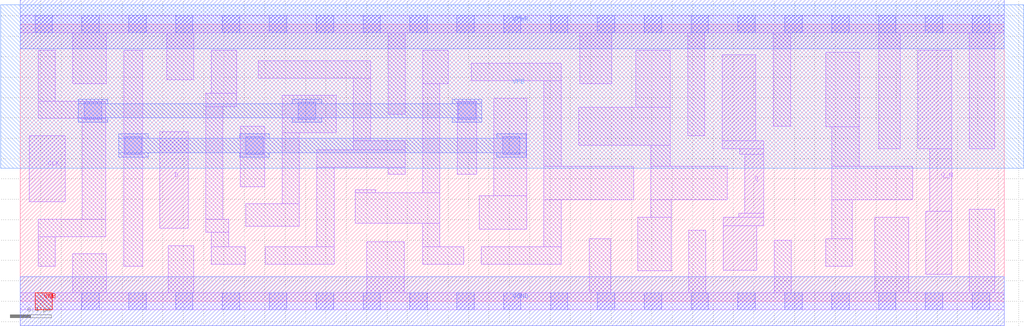
<source format=lef>
# Copyright 2020 The SkyWater PDK Authors
#
# Licensed under the Apache License, Version 2.0 (the "License");
# you may not use this file except in compliance with the License.
# You may obtain a copy of the License at
#
#     https://www.apache.org/licenses/LICENSE-2.0
#
# Unless required by applicable law or agreed to in writing, software
# distributed under the License is distributed on an "AS IS" BASIS,
# WITHOUT WARRANTIES OR CONDITIONS OF ANY KIND, either express or implied.
# See the License for the specific language governing permissions and
# limitations under the License.
#
# SPDX-License-Identifier: Apache-2.0

VERSION 5.7 ;
  NOWIREEXTENSIONATPIN ON ;
  DIVIDERCHAR "/" ;
  BUSBITCHARS "[]" ;
MACRO sky130_fd_sc_hd__dfxbp_2
  CLASS CORE ;
  FOREIGN sky130_fd_sc_hd__dfxbp_2 ;
  ORIGIN  0.000000  0.000000 ;
  SIZE  9.660000 BY  2.720000 ;
  SYMMETRY X Y R90 ;
  SITE unithd ;
  PIN D
    ANTENNAGATEAREA  0.126000 ;
    DIRECTION INPUT ;
    USE SIGNAL ;
    PORT
      LAYER li1 ;
        RECT 1.370000 0.715000 1.650000 1.665000 ;
    END
  END D
  PIN Q
    ANTENNADIFFAREA  0.445500 ;
    DIRECTION OUTPUT ;
    USE SIGNAL ;
    PORT
      LAYER li1 ;
        RECT 6.890000 1.495000 7.300000 1.575000 ;
        RECT 6.890000 1.575000 7.220000 2.420000 ;
        RECT 6.900000 0.305000 7.230000 0.740000 ;
        RECT 6.900000 0.740000 7.300000 0.825000 ;
        RECT 7.055000 0.825000 7.300000 0.865000 ;
        RECT 7.065000 1.445000 7.300000 1.495000 ;
        RECT 7.110000 0.865000 7.300000 1.445000 ;
    END
  END Q
  PIN Q_N
    ANTENNADIFFAREA  0.445500 ;
    DIRECTION OUTPUT ;
    USE SIGNAL ;
    PORT
      LAYER li1 ;
        RECT 8.810000 1.495000 9.145000 2.465000 ;
        RECT 8.890000 0.265000 9.145000 0.885000 ;
        RECT 8.930000 0.885000 9.145000 1.495000 ;
    END
  END Q_N
  PIN CLK
    ANTENNAGATEAREA  0.159000 ;
    DIRECTION INPUT ;
    USE CLOCK ;
    PORT
      LAYER li1 ;
        RECT 0.090000 0.975000 0.440000 1.625000 ;
    END
  END CLK
  PIN VGND
    DIRECTION INOUT ;
    SHAPE ABUTMENT ;
    USE GROUND ;
    PORT
      LAYER met1 ;
        RECT 0.000000 -0.240000 9.660000 0.240000 ;
    END
  END VGND
  PIN VNB
    DIRECTION INOUT ;
    USE GROUND ;
    PORT
      LAYER pwell ;
        RECT 0.145000 -0.085000 0.315000 0.085000 ;
    END
  END VNB
  PIN VPB
    DIRECTION INOUT ;
    USE POWER ;
    PORT
      LAYER nwell ;
        RECT -0.190000 1.305000 9.850000 2.910000 ;
    END
  END VPB
  PIN VPWR
    DIRECTION INOUT ;
    SHAPE ABUTMENT ;
    USE POWER ;
    PORT
      LAYER met1 ;
        RECT 0.000000 2.480000 9.660000 2.960000 ;
    END
  END VPWR
  OBS
    LAYER li1 ;
      RECT 0.000000 -0.085000 9.660000 0.085000 ;
      RECT 0.000000  2.635000 9.660000 2.805000 ;
      RECT 0.175000  0.345000 0.345000 0.635000 ;
      RECT 0.175000  0.635000 0.840000 0.805000 ;
      RECT 0.175000  1.795000 0.840000 1.965000 ;
      RECT 0.175000  1.965000 0.345000 2.465000 ;
      RECT 0.515000  0.085000 0.845000 0.465000 ;
      RECT 0.515000  2.135000 0.845000 2.635000 ;
      RECT 0.610000  0.805000 0.840000 1.795000 ;
      RECT 1.015000  0.345000 1.200000 2.465000 ;
      RECT 1.440000  2.175000 1.705000 2.635000 ;
      RECT 1.455000  0.085000 1.705000 0.545000 ;
      RECT 1.820000  0.675000 2.045000 0.805000 ;
      RECT 1.820000  0.805000 1.990000 1.910000 ;
      RECT 1.820000  1.910000 2.125000 2.040000 ;
      RECT 1.875000  0.365000 2.210000 0.535000 ;
      RECT 1.875000  0.535000 2.045000 0.675000 ;
      RECT 1.875000  2.040000 2.125000 2.465000 ;
      RECT 2.160000  1.125000 2.400000 1.720000 ;
      RECT 2.215000  0.735000 2.740000 0.955000 ;
      RECT 2.335000  2.190000 3.440000 2.360000 ;
      RECT 2.405000  0.365000 3.080000 0.535000 ;
      RECT 2.570000  0.955000 2.740000 1.655000 ;
      RECT 2.570000  1.655000 3.100000 2.020000 ;
      RECT 2.910000  0.535000 3.080000 1.315000 ;
      RECT 2.910000  1.315000 3.780000 1.485000 ;
      RECT 3.270000  1.485000 3.780000 1.575000 ;
      RECT 3.270000  1.575000 3.440000 2.190000 ;
      RECT 3.290000  0.765000 4.120000 1.065000 ;
      RECT 3.290000  1.065000 3.490000 1.095000 ;
      RECT 3.400000  0.085000 3.770000 0.585000 ;
      RECT 3.610000  1.245000 3.780000 1.315000 ;
      RECT 3.610000  1.835000 3.780000 2.635000 ;
      RECT 3.950000  0.365000 4.355000 0.535000 ;
      RECT 3.950000  0.535000 4.120000 0.765000 ;
      RECT 3.950000  1.065000 4.120000 2.135000 ;
      RECT 3.950000  2.135000 4.200000 2.465000 ;
      RECT 4.290000  1.245000 4.480000 1.965000 ;
      RECT 4.425000  2.165000 5.310000 2.335000 ;
      RECT 4.505000  0.705000 4.970000 1.035000 ;
      RECT 4.525000  0.365000 5.310000 0.535000 ;
      RECT 4.650000  1.035000 4.970000 1.995000 ;
      RECT 5.140000  0.535000 5.310000 0.995000 ;
      RECT 5.140000  0.995000 6.020000 1.325000 ;
      RECT 5.140000  1.325000 5.310000 2.165000 ;
      RECT 5.480000  1.530000 6.380000 1.905000 ;
      RECT 5.490000  2.135000 5.805000 2.635000 ;
      RECT 5.585000  0.085000 5.795000 0.615000 ;
      RECT 6.040000  1.905000 6.380000 2.465000 ;
      RECT 6.060000  0.300000 6.390000 0.825000 ;
      RECT 6.190000  0.825000 6.390000 0.995000 ;
      RECT 6.190000  0.995000 6.940000 1.325000 ;
      RECT 6.190000  1.325000 6.380000 1.530000 ;
      RECT 6.550000  1.625000 6.720000 2.635000 ;
      RECT 6.560000  0.085000 6.730000 0.695000 ;
      RECT 7.390000  1.720000 7.565000 2.635000 ;
      RECT 7.400000  0.085000 7.570000 0.600000 ;
      RECT 7.905000  0.345000 8.165000 0.615000 ;
      RECT 7.905000  1.715000 8.235000 2.445000 ;
      RECT 7.965000  0.615000 8.165000 0.995000 ;
      RECT 7.965000  0.995000 8.760000 1.325000 ;
      RECT 7.965000  1.325000 8.235000 1.715000 ;
      RECT 8.390000  0.085000 8.720000 0.825000 ;
      RECT 8.425000  1.495000 8.640000 2.635000 ;
      RECT 9.315000  0.085000 9.565000 0.905000 ;
      RECT 9.315000  1.495000 9.565000 2.635000 ;
    LAYER mcon ;
      RECT 0.145000 -0.085000 0.315000 0.085000 ;
      RECT 0.145000  2.635000 0.315000 2.805000 ;
      RECT 0.605000 -0.085000 0.775000 0.085000 ;
      RECT 0.605000  2.635000 0.775000 2.805000 ;
      RECT 0.630000  1.785000 0.800000 1.955000 ;
      RECT 1.025000  1.445000 1.195000 1.615000 ;
      RECT 1.065000 -0.085000 1.235000 0.085000 ;
      RECT 1.065000  2.635000 1.235000 2.805000 ;
      RECT 1.525000 -0.085000 1.695000 0.085000 ;
      RECT 1.525000  2.635000 1.695000 2.805000 ;
      RECT 1.985000 -0.085000 2.155000 0.085000 ;
      RECT 1.985000  2.635000 2.155000 2.805000 ;
      RECT 2.215000  1.445000 2.385000 1.615000 ;
      RECT 2.445000 -0.085000 2.615000 0.085000 ;
      RECT 2.445000  2.635000 2.615000 2.805000 ;
      RECT 2.730000  1.785000 2.900000 1.955000 ;
      RECT 2.905000 -0.085000 3.075000 0.085000 ;
      RECT 2.905000  2.635000 3.075000 2.805000 ;
      RECT 3.365000 -0.085000 3.535000 0.085000 ;
      RECT 3.365000  2.635000 3.535000 2.805000 ;
      RECT 3.825000 -0.085000 3.995000 0.085000 ;
      RECT 3.825000  2.635000 3.995000 2.805000 ;
      RECT 4.285000 -0.085000 4.455000 0.085000 ;
      RECT 4.285000  2.635000 4.455000 2.805000 ;
      RECT 4.300000  1.785000 4.470000 1.955000 ;
      RECT 4.735000  1.445000 4.905000 1.615000 ;
      RECT 4.745000 -0.085000 4.915000 0.085000 ;
      RECT 4.745000  2.635000 4.915000 2.805000 ;
      RECT 5.205000 -0.085000 5.375000 0.085000 ;
      RECT 5.205000  2.635000 5.375000 2.805000 ;
      RECT 5.665000 -0.085000 5.835000 0.085000 ;
      RECT 5.665000  2.635000 5.835000 2.805000 ;
      RECT 6.125000 -0.085000 6.295000 0.085000 ;
      RECT 6.125000  2.635000 6.295000 2.805000 ;
      RECT 6.585000 -0.085000 6.755000 0.085000 ;
      RECT 6.585000  2.635000 6.755000 2.805000 ;
      RECT 7.045000 -0.085000 7.215000 0.085000 ;
      RECT 7.045000  2.635000 7.215000 2.805000 ;
      RECT 7.505000 -0.085000 7.675000 0.085000 ;
      RECT 7.505000  2.635000 7.675000 2.805000 ;
      RECT 7.965000 -0.085000 8.135000 0.085000 ;
      RECT 7.965000  2.635000 8.135000 2.805000 ;
      RECT 8.425000 -0.085000 8.595000 0.085000 ;
      RECT 8.425000  2.635000 8.595000 2.805000 ;
      RECT 8.885000 -0.085000 9.055000 0.085000 ;
      RECT 8.885000  2.635000 9.055000 2.805000 ;
      RECT 9.345000 -0.085000 9.515000 0.085000 ;
      RECT 9.345000  2.635000 9.515000 2.805000 ;
    LAYER met1 ;
      RECT 0.570000 1.755000 0.860000 1.800000 ;
      RECT 0.570000 1.800000 4.530000 1.940000 ;
      RECT 0.570000 1.940000 0.860000 1.985000 ;
      RECT 0.965000 1.415000 1.255000 1.460000 ;
      RECT 0.965000 1.460000 4.965000 1.600000 ;
      RECT 0.965000 1.600000 1.255000 1.645000 ;
      RECT 2.155000 1.415000 2.445000 1.460000 ;
      RECT 2.155000 1.600000 2.445000 1.645000 ;
      RECT 2.670000 1.755000 2.960000 1.800000 ;
      RECT 2.670000 1.940000 2.960000 1.985000 ;
      RECT 4.240000 1.755000 4.530000 1.800000 ;
      RECT 4.240000 1.940000 4.530000 1.985000 ;
      RECT 4.675000 1.415000 4.965000 1.460000 ;
      RECT 4.675000 1.600000 4.965000 1.645000 ;
  END
END sky130_fd_sc_hd__dfxbp_2
END LIBRARY

</source>
